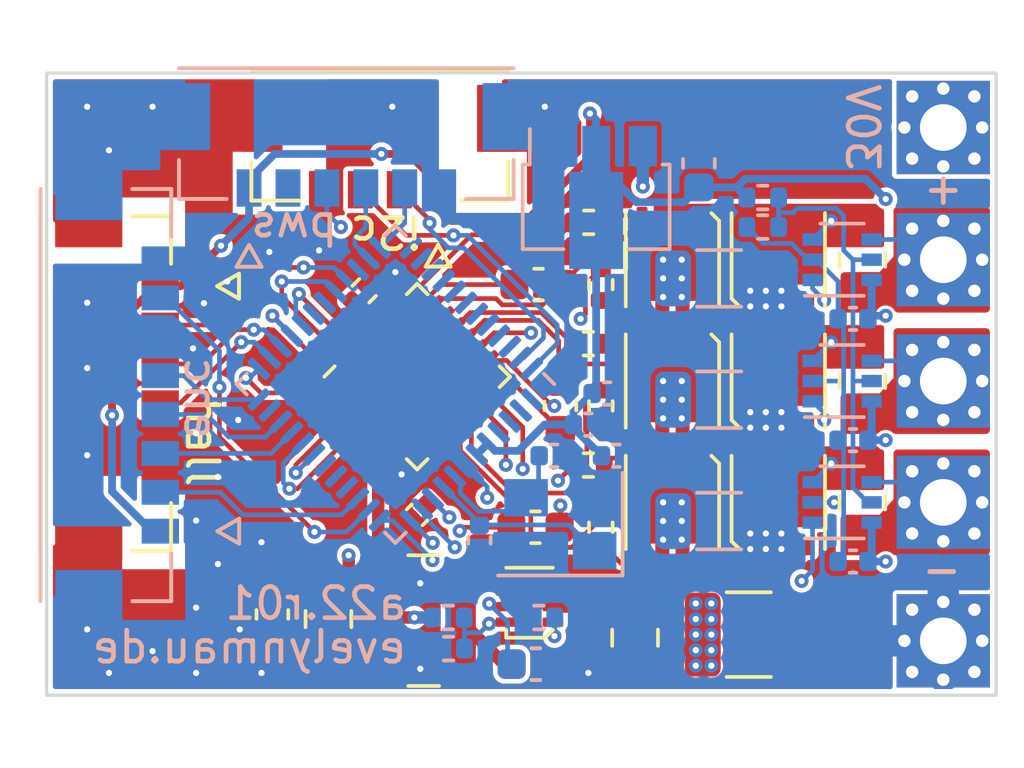
<source format=kicad_pcb>
(kicad_pcb (version 20211014) (generator pcbnew)
  (layers (0 "F.Cu" signal) (1 "In1.Cu" signal) (2 "In2.Cu" signal) (31 "B.Cu" signal) (34 "B.Paste" user) (35 "F.Paste" user) (36 "B.SilkS" user "B.Silkscreen") (37 "F.SilkS" user "F.Silkscreen") (38 "B.Mask" user) (39 "F.Mask" user) (44 "Edge.Cuts" user))
  (net 0 "")
  (net 6 "/mcu/spi1_cs")
  (net 18 "+3V3")
  (net 19 "GND")
  (net 20 "Net-(C4-Pad1)")
  (net 21 "Net-(C5-Pad1)")
  (net 22 "VBUS")
  (net 23 "Net-(C12-Pad1)")
  (net 24 "/drive/u_sense_line")
  (net 25 "Net-(C13-Pad1)")
  (net 26 "/drive/v_sense_line")
  (net 27 "Net-(C14-Pad1)")
  (net 28 "/drive/w_sense_line")
  (net 29 "+12V")
  (net 30 "Net-(C26-Pad2)")
  (net 31 "Net-(C27-Pad1)")
  (net 32 "Net-(C27-Pad2)")
  (net 33 "Net-(Q1-Pad2)")
  (net 34 "Net-(Q2-Pad2)")
  (net 35 "Net-(Q3-Pad2)")
  (net 36 "Net-(Q4-Pad2)")
  (net 37 "Net-(Q5-Pad2)")
  (net 38 "Net-(Q6-Pad2)")
  (net 39 "Net-(R1-Pad2)")
  (net 40 "Net-(R2-Pad1)")
  (net 41 "Net-(R3-Pad1)")
  (net 42 "Net-(R4-Pad1)")
  (net 43 "Net-(R5-Pad1)")
  (net 44 "Net-(R6-Pad1)")
  (net 45 "Net-(R7-Pad1)")
  (net 46 "/drive/u_sense_load")
  (net 47 "/drive/v_sense_load")
  (net 48 "/drive/w_sense_load")
  (net 49 "/drive/sense_vref")
  (net 50 "Net-(R13-Pad1)")
  (net 51 "Net-(R14-Pad2)")
  (net 52 "/mcu/nrst")
  (net 53 "/mcu/adc1_in0")
  (net 54 "/mcu/adc1_in1")
  (net 55 "/mcu/adc1_in2")
  (net 56 "/mcu/adc1_in3")
  (net 57 "/mcu/spi2_copi")
  (net 58 "/mcu/spi1_sck")
  (net 59 "/mcu/spi1_cipo")
  (net 60 "/mcu/spi1_copi")
  (net 61 "/mcu/tim1_ch2n")
  (net 62 "/mcu/tim1_ch3n")
  (net 63 "/mcu/spi2_cipo")
  (net 64 "/mcu/spi2_sck")
  (net 65 "/mcu/tim1_ch1n")
  (net 66 "/mcu/tim1_ch1")
  (net 67 "/mcu/tim1_ch2")
  (net 68 "/mcu/tim1_ch3")
  (net 69 "/mcu/swdio")
  (net 70 "/mcu/swclk")
  (net 71 "/mcu/hall_a")
  (net 72 "/mcu/hall_b")
  (net 73 "/mcu/hall_c")
  (net 74 "/mcu/usart1_tx")
  (net 75 "/mcu/usart1_rx")
  (net 76 "/mcu/i2c1_scl")
  (net 77 "/mcu/i2c1_sda")
  (net 78 "/mcu/spi2_cs")
  (net 79 "GNDA")
  (footprint "Capacitor_SMD:C_0603_1608Metric" (layer "F.Cu") (at 157.51 64.3 180)
    (fp_text reference "C27" hide)
    (fp_text value "100n")
  )
  (footprint "Capacitor_SMD:C_1210_3225Metric" (layer "F.Cu") (at 164.35 63.35)
    (fp_text reference "C24" hide)
    (fp_text value "10u")
  )
  (footprint "a22verter:SOT-583" (layer "F.Cu") (at 157.31 62.2 180)
    (fp_text reference "U7" hide)
    (fp_text value "TPS62933")
  )
  (footprint "Capacitor_SMD:C_0805_2012Metric" (layer "F.Cu") (at 160.7 63.45 90)
    (fp_text reference "C25" hide)
    (fp_text value "100n")
  )
  (footprint "Resistor_SMD:R_0402_1005Metric" (layer "F.Cu") (at 159.2 54)
    (fp_text reference "R4" hide)
    (fp_text value "16")
  )
  (footprint "Capacitor_SMD:C_0603_1608Metric" (layer "F.Cu") (at 157.6 52.1)
    (fp_text reference "C12" hide)
    (fp_text value "100n")
  )
  (footprint "Capacitor_SMD:C_0402_1005Metric" (layer "F.Cu") (at 153.7 59.5 -135)
    (fp_text reference "C15" hide)
    (fp_text value "100n")
  )
  (footprint "Resistor_SMD:R_0402_1005Metric" (layer "F.Cu") (at 152 52.3 -135)
    (fp_text reference "R1" hide)
    (fp_text value "0")
  )
  (footprint "Resistor_SMD:R_0402_1005Metric" (layer "F.Cu") (at 159.2 57.9)
    (fp_text reference "R6" hide)
    (fp_text value "16")
  )
  (footprint "Resistor_SMD:R_0402_1005Metric" (layer "F.Cu") (at 159.6 52.1 -90)
    (fp_text reference "R3" hide)
    (fp_text value "16")
  )
  (footprint "Package_DFN_QFN:VQFN-24-1EP_4x4mm_P0.5mm_EP2.45x2.45mm" (layer "F.Cu") (at 153.7 55.059655 45)
    (fp_text reference "U2" hide)
    (fp_text value "DRV8300DRGE")
  )
  (footprint "a22verter:SolderPad" (layer "F.Cu") (at 170.6 51.3)
    (fp_text reference "J4" hide)
    (fp_text value "U")
  )
  (footprint "a22verter:DFN3.3x3.3-EP" (layer "F.Cu") (at 161.9 51.3 180)
    (fp_text reference "Q1" hide)
    (fp_text value "AON7418")
  )
  (footprint "Resistor_SMD:R_0402_1005Metric" (layer "F.Cu") (at 159.6 56 -90)
    (fp_text reference "R5" hide)
    (fp_text value "16")
  )
  (footprint "a22verter:SolderPad" (layer "F.Cu") (at 170.6 59.1)
    (fp_text reference "J6" hide)
    (fp_text value "W")
  )
  (footprint "Resistor_SMD:R_0402_1005Metric" (layer "F.Cu") (at 159.21 50.1)
    (fp_text reference "R2" hide)
    (fp_text value "16")
  )
  (footprint "Resistor_SMD:R_0805_2012Metric" (layer "F.Cu") (at 168 51.3 90)
    (fp_text reference "R8" hide)
    (fp_text value "1m")
  )
  (footprint "a22verter:MOLEX_5055670451" (layer "F.Cu") (at 152.5 47.3)
    (fp_text reference "J9" hide)
    (fp_text value "i2c")
  )
  (footprint "Resistor_SMD:R_0805_2012Metric" (layer "F.Cu") (at 168 55.2 90)
    (fp_text reference "R9" hide)
    (fp_text value "1m")
  )
  (footprint "Capacitor_SMD:C_0603_1608Metric" (layer "F.Cu") (at 158.3 56 90)
    (fp_text reference "C13" hide)
    (fp_text value "100n")
  )
  (footprint "a22verter:DFN3.3x3.3-EP" (layer "F.Cu") (at 165.3 55.2)
    (fp_text reference "Q4" hide)
    (fp_text value "AON7418")
  )
  (footprint "a22verter:DFN3.3x3.3-EP" (layer "F.Cu") (at 165.3 59.1)
    (fp_text reference "Q6" hide)
    (fp_text value "AON7418")
  )
  (footprint "Capacitor_SMD:C_0805_2012Metric" (layer "F.Cu") (at 150.85 62.85 -90)
    (fp_text reference "C28" hide)
    (fp_text value "47u")
  )
  (footprint "a22verter:SolderPad" (layer "F.Cu") (at 170.6 55.2)
    (fp_text reference "J5" hide)
    (fp_text value "V")
  )
  (footprint "Capacitor_SMD:C_0603_1608Metric" (layer "F.Cu") (at 157.5 59.9)
    (fp_text reference "C14" hide)
    (fp_text value "100n")
  )
  (footprint "Resistor_SMD:R_0805_2012Metric" (layer "F.Cu") (at 168 59.1 90)
    (fp_text reference "R10" hide)
    (fp_text value "1m")
  )
  (footprint "a22verter:SolderPad" (layer "F.Cu") (at 170.6 47.05)
    (fp_text reference "J1" hide)
    (fp_text value "IN+")
  )
  (footprint "a22verter:MOLEX_5055670651" (layer "F.Cu") (at 143.695 55.275 90)
    (fp_text reference "J11" hide)
    (fp_text value "hall")
  )
  (footprint "Inductor_SMD:L_Wuerth_MAPI-4030" (layer "F.Cu") (at 153.91 62.9 180)
    (fp_text reference "L1" hide)
    (fp_text value "6.8u")
  )
  (footprint "a22verter:DFN3.3x3.3-EP" (layer "F.Cu") (at 161.9 59.1 180)
    (fp_text reference "Q5" hide)
    (fp_text value "AON7418")
  )
  (footprint "a22verter:SolderPad" (layer "F.Cu") (at 170.6 63.55)
    (fp_text reference "J2" hide)
    (fp_text value "IN-")
  )
  (footprint "a22verter:DFN3.3x3.3-EP" (layer "F.Cu") (at 165.3 51.3)
    (fp_text reference "Q2" hide)
    (fp_text value "AON7418")
  )
  (footprint "a22verter:DFN3.3x3.3-EP" (layer "F.Cu") (at 161.9 55.2 180)
    (fp_text reference "Q3" hide)
    (fp_text value "AON7418")
  )
  (footprint "Resistor_SMD:R_0402_1005Metric" (layer "F.Cu") (at 159.6 59.9 -90)
    (fp_text reference "R7" hide)
    (fp_text value "16")
  )
  (footprint "Capacitor_SMD:C_0603_1608Metric" (layer "F.Cu") (at 149.05 62.7 -90)
    (fp_text reference "C22" hide)
    (fp_text value "10u")
  )
  (footprint "Capacitor_SMD:C_1206_3216Metric" (layer "B.Cu") (at 163.4 55.8)
    (fp_text reference "C17" hide)
    (fp_text value "1u")
  )
  (footprint "Capacitor_SMD:C_0603_1608Metric" (layer "B.Cu") (at 162.75 48.2 90)
    (fp_text reference "C23" hide)
    (fp_text value "10u")
  )
  (footprint "Capacitor_SMD:C_0402_1005Metric" (layer "B.Cu") (at 159.2 56.6)
    (fp_text reference "C1" hide)
    (fp_text value "100n")
  )
  (footprint "Package_DFN_QFN:QFN-48-1EP_7x7mm_P0.5mm_EP5.45x5.45mm" (layer "B.Cu") (at 153 55.3 135)
    (fp_text reference "U1" hide)
    (fp_text value "STM32G071CBU3")
  )
  (footprint "a22verter:MOLEX_5055670851" (layer "B.Cu") (at 143.7 55.65 -90)
    (fp_text reference "J10" hide)
    (fp_text value "enc")
  )
  (footprint "Crystal:Crystal_SMD_3225-4Pin_3.2x2.5mm" (layer "B.Cu") (at 158.3 59.8 180)
    (fp_text reference "Y1" hide)
    (fp_text value "RH100-8")
  )
  (footprint "Capacitor_SMD:C_0402_1005Metric" (layer "B.Cu") (at 158.1 57.6)
    (fp_text reference "C4" hide)
    (fp_text value "16p")
  )
  (footprint "Capacitor_SMD:C_1206_3216Metric" (layer "B.Cu") (at 163.4 51.9)
    (fp_text reference "C16" hide)
    (fp_text value "1u")
  )
  (footprint "Resistor_SMD:R_0402_1005Metric" (layer "B.Cu") (at 154.71 63.8 180)
    (fp_text reference "R15" hide)
    (fp_text value "10k")
  )
  (footprint "Capacitor_SMD:C_0402_1005Metric" (layer "B.Cu") (at 167.7 53.2 180)
    (fp_text reference "C19" hide)
    (fp_text value "100n")
  )
  (footprint "Package_TO_SOT_SMD:SOT-89-3" (layer "B.Cu") (at 159.45 49.3 -90)
    (fp_text reference "U6" hide)
    (fp_text value "AP1117-33")
  )
  (footprint "Resistor_SMD:R_0402_1005Metric" (layer "B.Cu") (at 164.8 49.3 180)
    (fp_text reference "R11" hide)
    (fp_text value "10k")
  )
  (footprint "Package_TO_SOT_SMD:SOT-363_SC-70-6" (layer "B.Cu") (at 167.35 51.3)
    (fp_text reference "U3" hide)
    (fp_text value "INA186")
  )
  (footprint "Capacitor_SMD:C_0603_1608Metric" (layer "B.Cu") (at 157.51 64.3 180)
    (fp_text reference "C26" hide)
    (fp_text value "33n")
  )
  (footprint "Resistor_SMD:R_0402_1005Metric" (layer "B.Cu") (at 157.61 62.8 180)
    (fp_text reference "R13" hide)
    (fp_text value "22k")
  )
  (footprint "a22verter:MOLEX_5055670651" (layer "B.Cu") (at 151.425 47.245 180)
    (fp_text reference "J3" hide)
    (fp_text value "swd")
  )
  (footprint "Resistor_SMD:R_0402_1005Metric" (layer "B.Cu") (at 164.8 50.25)
    (fp_text reference "R12" hide)
    (fp_text value "10k")
  )
  (footprint "Capacitor_SMD:C_0402_1005Metric" (layer "B.Cu") (at 167.7 61 180)
    (fp_text reference "C21" hide)
    (fp_text value "100n")
  )
  (footprint "Capacitor_SMD:C_0402_1005Metric" (layer "B.Cu") (at 160.1 57.6 180)
    (fp_text reference "C3" hide)
    (fp_text value "10u")
  )
  (footprint "NetTie:NetTie-2_SMD_Pad0.5mm" (layer "B.Cu") (at 155.55 58.2 -45)
    (fp_text reference "NT1" hide)
    (fp_text value "NetTie_2")
  )
  (footprint "Capacitor_SMD:C_0402_1005Metric" (layer "B.Cu") (at 159.8 55.6)
    (fp_text reference "C2" hide)
    (fp_text value "1u")
  )
  (footprint "Capacitor_SMD:C_1206_3216Metric" (layer "B.Cu") (at 163.4 59.7)
    (fp_text reference "C18" hide)
    (fp_text value "1u")
  )
  (footprint "Capacitor_SMD:C_0402_1005Metric" (layer "B.Cu") (at 167.7 57.1 180)
    (fp_text reference "C20" hide)
    (fp_text value "100n")
  )
  (footprint "Package_TO_SOT_SMD:SOT-363_SC-70-6" (layer "B.Cu") (at 167.35 59.1)
    (fp_text reference "U5" hide)
    (fp_text value "INA186")
  )
  (footprint "Resistor_SMD:R_0402_1005Metric" (layer "B.Cu") (at 154.7 62.8)
    (fp_text reference "R14" hide)
    (fp_text value "140k")
  )
  (footprint "Capacitor_SMD:C_0402_1005Metric" (layer "B.Cu") (at 155.7 60.32 -90)
    (fp_text reference "C5" hide)
    (fp_text value "16p")
  )
  (footprint "Package_TO_SOT_SMD:SOT-363_SC-70-6" (layer "B.Cu") (at 167.35 55.2)
    (fp_text reference "U4" hide)
    (fp_text value "INA186")
  )
  (gr_rect (start 172.3 65.3) (end 141.8 45.3) (layer "Edge.Cuts") (width 0.1) (fill none))
  (gr_text "evelynmau.de" (at 148.3 63.75) (layer "B.SilkS") (effects (font (size 1 1)) (justify mirror)))
  (gr_text "enc" (at 146.75 55.75 270) (layer "B.SilkS") (effects (font (size 1 1)) (justify mirror)))
  (gr_text "swd" (at 149.75 50.3 180) (layer "B.SilkS") (effects (font (size 1 1)) (justify mirror)))
  (gr_text "30V" (at 168 47.05 270) (layer "B.SilkS") (effects (font (size 1 1)) (justify mirror)))
  (gr_text "+" (at 170.6 49) (layer "B.SilkS") (effects (font (size 1 1)) (justify mirror)))
  (gr_text "-\n" (at 170.546913 61.246021) (layer "B.SilkS") (effects (font (size 1 1)) (justify mirror)))
  (gr_text "a22.r01" (at 150.45 62.35) (layer "B.SilkS") (effects (font (size 1 1)) (justify mirror)))
  (gr_text "i2c" (at 152.7 50.4 180) (layer "F.SilkS") (effects (font (size 1 1))))
  (gr_text "-\n" (at 170.55 61.25) (layer "F.SilkS") (effects (font (size 1 1))))
  (gr_text "+" (at 170.6 49) (layer "F.SilkS") (effects (font (size 1 1))))
  (gr_text "hall" (at 146.8 57.15 270) (layer "F.SilkS") (effects (font (size 1 1))))
  (segment (start 159.25 48.001778) (end 157.201778 50.05) (width 0.25) (layer "F.Cu") (net 18))
  (segment (start 159.25 46.6) (end 159.25 48.001778) (width 0.25) (layer "F.Cu") (net 18))
  (segment (start 154.798222 50.05) (end 154.375 49.626778) (width 0.25) (layer "F.Cu") (net 18))
  (segment (start 143.9 56.3) (end 143.9 53.55) (width 0.25) (layer "F.Cu") (net 18))
  (segment (start 145.3 52.15) (end 145.445 52.15) (width 0.25) (layer "F.Cu") (net 18))
  (segment (start 154.375 48.85) (end 153.425 47.9) (width 0.25) (layer "F.Cu") (net 18))
  (segment (start 153.425 47.9) (end 152.55 47.9) (width 0.25) (layer "F.Cu") (net 18))
  (segment (start 147.4 50.85) (end 146.1 52.15) (width 0.25) (layer "F.Cu") (net 18))
  (segment (start 154.375 49.05) (end 154.375 48.85) (width 0.25) (layer "F.Cu") (net 18))
  (segment (start 143.9 53.55) (end 145.3 52.15) (width 0.25) (layer "F.Cu") (net 18))
  (segment (start 146.1 52.15) (end 145.445 52.15) (width 0.25) (layer "F.Cu") (net 18))
  (segment (start 157.201778 50.05) (end 154.798222 50.05) (width 0.25) (layer "F.Cu") (net 18))
  (segment (start 154.375 49.626778) (end 154.375 49.05) (width 0.25) (layer "F.Cu") (net 18))
  (via (at 159.25 46.6) (size 0.45) (drill 0.2) (layers "F.Cu" "B.Cu") (net 18))
  (via (at 168.75 57.1) (size 0.45) (drill 0.2) (layers "F.Cu" "B.Cu") (net 18))
  (via (at 147.4 50.85) (size 0.45) (drill 0.2) (layers "F.Cu" "B.Cu") (net 18))
  (via (at 168.75 61) (size 0.45) (drill 0.2) (layers "F.Cu" "B.Cu") (net 18))
  (via (at 143.9 56.3) (size 0.45) (drill 0.2) (layers "F.Cu" "B.Cu") (net 18))
  (via (at 168.75 49.35) (size 0.45) (drill 0.2) (layers "F.Cu" "B.Cu") (net 18))
  (via (at 168.75 53.1) (size 0.45) (drill 0.2) (layers "F.Cu" "B.Cu") (net 18))
  (via (at 152.55 47.9) (size 0.45) (drill 0.2) (layers "F.Cu" "B.Cu") (net 18))
  (segment (start 144.975 59.825) (end 145.175 60.025) (width 0.25) (layer "B.Cu") (net 18))
  (segment (start 168.1 48.7) (end 164.24 48.7) (width 0.25) (layer "B.Cu") (net 18))
  (segment (start 148.3 48.995) (end 148.3 49.95) (width 0.25) (layer "B.Cu") (net 18))
  (segment (start 155.616295 57.562742) (end 155.969848 57.209188) (width 0.25) (layer "B.Cu") (net 18))
  (segment (start 168.3 56.98) (end 168.3 55.85) (width 0.25) (layer "B.Cu") (net 18))
  (segment (start 160.742893 49.45) (end 159.45 48.157107) (width 0.25) (layer "B.Cu") (net 18))
  (segment (start 168.75 53.1) (end 168.28 53.1) (width 0.25) (layer "B.Cu") (net 18))
  (segment (start 158.72 56.7) (end 158.72 56.6) (width 0.25) (layer "B.Cu") (net 18))
  (segment (start 143.9 56.3) (end 143.9 58.75) (width 0.25) (layer "B.Cu") (net 18))
  (segment (start 168.3 60.88) (end 168.18 61) (width 0.25) (layer "B.Cu") (net 18))
  (segment (start 144.9 59.75) (end 144.901778 59.75) (width 0.25) (layer "B.Cu") (net 18))
  (segment (start 156.950157 57.443655) (end 157.793812 56.6) (width 0.25) (layer "B.Cu") (net 18))
  (segment (start 157.793812 56.6) (end 158.72 56.6) (width 0.25) (layer "B.Cu") (net 18))
  (segment (start 158.72 56.2) (end 158.72 56.6) (width 0.25) (layer "B.Cu") (net 18))
  (segment (start 159.32 55.6) (end 158.72 56.2) (width 0.25) (layer "B.Cu") (net 18))
  (segment (start 148.3 48.721778) (end 148.3 48.995) (width 0.25) (layer "B.Cu") (net 18))
  (segment (start 168.28 53.1) (end 168.18 53.2) (width 0.25) (layer "B.Cu") (net 18))
  (segment (start 148.3 49.95) (end 147.4 50.85) (width 0.25) (layer "B.Cu") (net 18))
  (segment (start 159.45 55.47) (end 159.32 55.6) (width 0.25) (layer "B.Cu") (net 18))
  (segment (start 162.75 48.975) (end 163.965 48.975) (width 0.25) (layer "B.Cu") (net 18))
  (segment (start 156.204315 57.443655) (end 156.950157 57.443655) (width 0.25) (layer "B.Cu") (net 18))
  (segment (start 155.969848 57.209188) (end 156.204315 57.443655) (width 0.25) (layer "B.Cu") (net 18))
  (segment (start 168.3 53.08) (end 168.3 51.95) (width 0.25) (layer "B.Cu") (net 18))
  (segment (start 168.3 59.75) (end 168.3 60.88) (width 0.25) (layer "B.Cu") (net 18))
  (segment (start 143.9 58.75) (end 144.9 59.75) (width 0.25) (layer "B.Cu") (net 18))
  (segment (start 159.45 47.7375) (end 159.45 55.47) (width 0.25) (layer "B.Cu") (net 18))
  (segment (start 149.121778 47.9) (end 148.3 48.721778) (width 0.25) (layer "B.Cu") (net 18))
  (segment (start 159.45 46.8) (end 159.25 46.6) (width 0.25) (layer "B.Cu") (net 18))
  (segment (start 159.45 48.157107) (end 159.45 47.7375) (width 0.25) (layer "B.Cu") (net 18))
  (segment (start 163.965 48.975) (end 164.29 49.3) (width 0.25) (layer "B.Cu") (net 18))
  (segment (start 168.18 61) (end 168.75 61) (width 0.25) (layer "B.Cu") (net 18))
  (segment (start 168.18 57.1) (end 168.3 56.98) (width 0.25) (layer "B.Cu") (net 18))
  (segment (start 168.75 49.35) (end 168.1 48.7) (width 0.25) (layer "B.Cu") (net 18))
  (segment (start 145.175 60.025) (end 145.45 60.025) (width 0.25) (layer "B.Cu") (net 18))
  (segment (start 144.975 59.823222) (end 144.975 59.825) (width 0.25) (layer "B.Cu") (net 18))
  (segment (start 162.275 49.45) (end 160.742893 49.45) (width 0.25) (layer "B.Cu") (net 18))
  (segment (start 152.55 47.9) (end 149.121778 47.9) (width 0.25) (layer "B.Cu") (net 18))
  (segment (start 162.75 48.975) (end 162.275 49.45) (width 0.25) (layer "B.Cu") (net 18))
  (segment (start 159.62 57.6) (end 158.72 56.7) (width 0.25) (layer "B.Cu") (net 18))
  (segment (start 168.18 53.2) (end 168.3 53.08) (width 0.25) (layer "B.Cu") (net 18))
  (segment (start 159.45 47.7375) (end 159.45 46.8) (width 0.25) (layer "B.Cu") (net 18))
  (segment (start 168.18 57.1) (end 168.75 57.1) (width 0.25) (layer "B.Cu") (net 18))
  (segment (start 144.901778 59.75) (end 144.975 59.823222) (width 0.25) (layer "B.Cu") (net 18))
  (segment (start 164.24 48.7) (end 163.965 48.975) (width 0.25) (layer "B.Cu") (net 18))
  (via (at 164.4 52.8) (size 0.45) (drill 0.2) (layers "F.Cu" "B.Cu") (net 19))
  (via (at 145.2 63.8825) (size 0.45) (drill 0.2) (layers "F.Cu" "B.Cu") (net 19))
  (via (at 148.7 60.3825) (size 0.45) (drill 0.2) (layers "F.Cu" "B.Cu") (net 19))
  (via (at 153.8 61.7) (size 0.45) (drill 0.2) (layers "F.Cu" "B.Cu") (net 19))
  (via (at 146.85 52.7) (size 0.45) (drill 0.2) (layers "F.Cu" "B.Cu") (net 19))
  (via (at 165.4 60.6) (size 0.45) (drill 0.2) (layers "F.Cu" "B.Cu") (net 19))
  (via (at 164.9 60.6) (size 0.45) (drill 0.2) (layers "F.Cu" "B.Cu") (net 19))
  (via (at 153.2 58.2) (size 0.45) (drill 0.2) (layers "F.Cu" "B.Cu") (net 19))
  (via (at 165.4 56.2) (size 0.45) (drill 0.2) (layers "F.Cu" "B.Cu") (net 19))
  (via (at 164.9 56.2) (size 0.45) (drill 0.2) (layers "F.Cu" "B.Cu") (net 19))
  (via (at 164.9 52.8) (size 0.45) (drill 0.2) (layers "F.Cu" "B.Cu") (net 19))
  (via (at 143.1 52.6825) (size 0.45) (drill 0.2) (layers "F.Cu" "B.Cu") (net 19))
  (via (at 146.6 64.5825) (size 0.45) (drill 0.2) (layers "F.Cu" "B.Cu") (net 19))
  (via (at 143.8 47.7825) (size 0.45) (drill 0.2) (layers "F.Cu" "B.Cu") (net 19))
  (via (at 147.3 61.0825) (size 0.45) (drill 0.2) (layers "F.Cu" "B.Cu") (net 19))
  (via (at 165.4 52.3) (size 0.45) (drill 0.2) (layers "F.Cu" "B.Cu") (net 19))
  (via (at 147.6 52) (size 0.45) (drill 0.2) (layers "F.Cu" "B.Cu") (net 19))
  (via (at 164.9 52.3) (size 0.45) (drill 0.2) (layers "F.Cu" "B.Cu") (net 19))
  (via (at 143.1 54.7825) (size 0.45) (drill 0.2) (layers "F.Cu" "B.Cu") (net 19))
  (via (at 164.4 60.1) (size 0.45) (drill 0.2) (layers "F.Cu" "B.Cu") (net 19))
  (via (at 146.6 62.4825) (size 0.45) (drill 0.2) (layers "F.Cu" "B.Cu") (net 19))
  (via (at 164.4 52.3) (size 0.45) (drill 0.2) (layers "F.Cu" "B.Cu") (net 19))
  (via (at 147.3 58.2825) (size 0.45) (drill 0.2) (layers "F.Cu" "B.Cu") (net 19))
  (via (at 165.4 60.1) (size 0.45) (drill 0.2) (layers "F.Cu" "B.Cu") (net 19))
  (via (at 152.9 46.3825) (size 0.45) (drill 0.2) (layers "F.Cu" "B.Cu") (net 19))
  (via (at 165.4 56.7) (size 0.45) (drill 0.2) (layers "F.Cu" "B.Cu") (net 19))
  (via (at 165.4 52.8) (size 0.45) (drill 0.2) (layers "F.Cu" "B.Cu") (net 19))
  (via (at 164.4 56.7) (size 0.45) (drill 0.2) (layers "F.Cu" "B.Cu") (net 19))
  (via (at 143.1 57.5825) (size 0.45) (drill 0.2) (layers "F.Cu" "B.Cu") (net 19))
  (via (at 148 63.1825) (size 0.45) (drill 0.2) (layers "F.Cu" "B.Cu") (net 19))
  (via (at 157.8 46.3825) (size 0.45) (drill 0.2) (layers "F.Cu" "B.Cu") (net 19))
  (via (at 150.55 51) (size 0.45) (drill 0.2) (layers "F.Cu" "B.Cu") (net 19))
  (via (at 153 51.7) (size 0.45) (drill 0.2) (layers "F.Cu" "B.Cu") (net 19))
  (via (at 159.2 64.5825) (size 0.45) (drill 0.2) (layers "F.Cu" "B.Cu") (net 19))
  (via (at 148.7 64.5825) (size 0.45) (drill 0.2) (layers "F.Cu" "B.Cu") (net 19))
  (via (at 145.2 46.3825) (size 0.45) (drill 0.2) (layers "F.Cu" "B.Cu") (net 19))
  (via (at 143.1 63.1825) (size 0.45) (drill 0.2) (layers "F.Cu" "B.Cu") (net 19))
  (via (at 147.95 56.45) (size 0.45) (drill 0.2) (layers "F.Cu" "B.Cu") (net 19))
  (via (at 164.4 56.2) (size 0.45) (drill 0.2) (layers "F.Cu" "B.Cu") (net 19))
  (via (at 143.8 64.5825) (size 0.45) (drill 0.2) (layers "F.Cu" "B.Cu") (net 19))
  (via (at 143.1 46.3825) (size 0.45) (drill 0.2) (layers "F.Cu" "B.Cu") (net 19))
  (via (at 146.6 59.6825) (size 0.45) (drill 0.2) (layers "F.Cu" "B.Cu") (net 19))
  (via (at 164.4 60.6) (size 0.45) (drill 0.2) (layers "F.Cu" "B.Cu") (net 19))
  (via (at 153.8 64.45) (size 0.45) (drill 0.2) (layers "F.Cu" "B.Cu") (net 19))
  (via (at 148.95 51.05) (size 0.45) (drill 0.2) (layers "F.Cu" "B.Cu") (net 19))
  (via (at 146.5 54.15) (size 0.45) (drill 0.2) (layers "F.Cu" "B.Cu") (net 19))
  (via (at 164.9 56.7) (size 0.45) (drill 0.2) (layers "F.Cu" "B.Cu") (net 19))
  (via (at 146.6 56.8825) (size 0.45) (drill 0.2) (layers "F.Cu" "B.Cu") (net 19))
  (via (at 164.9 60.1) (size 0.45) (drill 0.2) (layers "F.Cu" "B.Cu") (net 19))
  (segment (start 155.670787 59.385) (end 156.765 59.385) (width 0.15) (layer "B.Cu") (net 20))
  (segment (start 157.6 58.55) (end 157.2 58.95) (width 0.15) (layer "B.Cu") (net 20))
  (segment (start 155.093655 58.807868) (end 155.670787 59.385) (width 0.15) (layer "B.Cu") (net 20))
  (segment (start 157.62 57.6) (end 157.6 57.62) (width 0.15) (layer "B.Cu") (net 20))
  (segment (start 156.765 59.385) (end 157.2 58.95) (width 0.15) (layer "B.Cu") (net 20))
  (segment (start 157.6 57.62) (end 157.6 58.55) (width 0.15) (layer "B.Cu") (net 20))
  (segment (start 154.909188 58.269848) (end 155.093655 58.454315) (width 0.15) (layer "B.Cu") (net 20))
  (segment (start 155.093655 58.454315) (end 155.093655 58.807868) (width 0.15) (layer "B.Cu") (net 20))
  (segment (start 155.715 59.825) (end 155.7 59.84) (width 0.15) (layer "B.Cu") (net 21))
  (segment (start 158.575 59.825) (end 155.715 59.825) (width 0.15) (layer "B.Cu") (net 21))
  (segment (start 154.555635 58.623402) (end 155.7 59.767767) (width 0.15) (layer "B.Cu") (net 21))
  (segment (start 159.4 60.65) (end 158.575 59.825) (width 0.15) (layer "B.Cu") (net 21))
  (segment (start 155.7 59.767767) (end 155.7 59.84) (width 0.15) (layer "B.Cu") (net 21))
  (segment (start 160.7 64.4) (end 158.75 62.45) (width 0.4) (layer "F.Cu") (net 22))
  (segment (start 162.875 63.35) (end 161.825 64.4) (width 0.4) (layer "F.Cu") (net 22))
  (segment (start 161.825 64.4) (end 160.7 64.4) (width 0.4) (layer "F.Cu") (net 22))
  (segment (start 158.06 62.45) (end 158.06 61.95) (width 0.4) (layer "F.Cu") (net 22))
  (segment (start 158.06 61.95) (end 158.25 61.95) (width 0.4) (layer "F.Cu") (net 22))
  (segment (start 158.25 61.95) (end 160.7 64.4) (width 0.4) (layer "F.Cu") (net 22))
  (segment (start 158.75 62.45) (end 158.06 62.45) (width 0.4) (layer "F.Cu") (net 22))
  (via (at 161.6 55.2) (size 0.45) (drill 0.2) (layers "F.Cu" "B.Cu") (net 22))
  (via (at 162.2 55.8) (size 0.45) (drill 0.2) (layers "F.Cu" "B.Cu") (net 22))
  (via (at 161.6 55.8) (size 0.45) (drill 0.2) (layers "F.Cu" "B.Cu") (net 22))
  (via (at 162.65 63.85) (size 0.45) (drill 0.2) (layers "F.Cu" "B.Cu") (net 22))
  (via (at 162.65 62.35) (size 0.45) (drill 0.2) (layers "F.Cu" "B.Cu") (net 22))
  (via (at 162.65 63.35) (size 0.45) (drill 0.2) (layers "F.Cu" "B.Cu") (net 22))
  (via (at 163.15 64.35) (size 0.45) (drill 0.2) (layers "F.Cu" "B.Cu") (net 22))
  (via (at 161.6 59.1) (size 0.45) (drill 0.2) (layers "F.Cu" "B.Cu") (net 22))
  (via (at 162.2 60.3) (size 0.45) (drill 0.2) (layers "F.Cu" "B.Cu") (net 22))
  (via (at 162.2 51.9) (size 0.45) (drill 0.2) (layers "F.Cu" "B.Cu") (net 22))
  (via (at 162.65 62.85) (size 0.45) (drill 0.2) (layers "F.Cu" "B.Cu") (net 22))
  (via (at 162.2 51.3) (size 0.45) (drill 0.2) (layers "F.Cu" "B.Cu") (net 22))
  (via (at 161.6 51.3) (size 0.45) (drill 0.2) (layers "F.Cu" "B.Cu") (net 22))
  (via (at 161.6 59.7) (size 0.45) (drill 0.2) (layers "F.Cu" "B.Cu") (net 22))
  (via (at 162.2 59.1) (size 0.45) (drill 0.2) (layers "F.Cu" "B.Cu") (net 22))
  (via (at 162.2 56.4) (size 0.45) (drill 0.2) (layers "F.Cu" "B.Cu") (net 22))
  (via (at 161.6 52.5) (size 0.45) (drill 0.2) (layers "F.Cu" "B.Cu") (net 22))
  (via (at 161.6 56.4) (size 0.45) (drill 0.2) (layers "F.Cu" "B.Cu") (net 22))
  (via (at 163.15 62.85) (size 0.45) (drill 0.2) (layers "F.Cu" "B.Cu") (net 22))
  (via (at 163.15 63.35) (size 0.45) (drill 0.2) (layers "F.Cu" "B.Cu") (net 22))
  (via (at 163.15 63.85) (size 0.45) (drill 0.2) (layers "F.Cu" "B.Cu") (net 22))
  (via (at 161.6 51.9) (size 0.45) (drill 0.2) (layers "F.Cu" "B.Cu") (net 22))
  (via (at 162.2 55.2) (size 0.45) (drill 0.2) (layers "F.Cu" "B.Cu") (net 22))
  (via (at 162.65 64.35) (size 0.45) (drill 0.2) (layers "F.Cu" "B.Cu") (net 22))
  (via (at 161.6 60.3) (size 0.45) (drill 0.2) (layers "F.Cu" "B.Cu") (net 22))
  (via (at 162.2 59.7) (size 0.45) (drill 0.2) (layers "F.Cu" "B.Cu") (net 22))
  (via (at 163.15 62.35) (size 0.45) (drill 0.2) (layers "F.Cu" "B.Cu") (net 22))
  (via (at 162.2 52.5) (size 0.45) (drill 0.2) (layers "F.Cu" "B.Cu") (net 22))
  (segment (start 153.709987 53.034415) (end 153.709987 52.857637) (width 0.15) (layer "F.Cu") (net 23))
  (segment (start 152.824955 53.12395) (end 152.982906 53.281901) (width 0.15) (layer "F.Cu") (net 23))
  (segment (start 153.462501 53.281901) (end 153.709987 53.034415) (width 0.15) (layer "F.Cu") (net 23))
  (segment (start 154.467624 52.1) (end 156.825 52.1) (width 0.15) (layer "F.Cu") (net 23))
  (segment (start 153.709987 52.857637) (end 154.467624 52.1) (width 0.15) (layer "F.Cu") (net 23))
  (segment (start 152.982906 53.281901) (end 153.462501 53.281901) (width 0.15) (layer "F.Cu") (net 23))
  (segment (start 160.231802 50.7) (end 160.606802 50.325) (width 0.15) (layer "F.Cu") (net 24))
  (segment (start 161.575 50.125) (end 161.575 49.875) (width 0.15) (layer "F.Cu") (net 24))
  (segment (start 157.725 52.75) (end 158.375 52.1) (width 0.15) (layer "F.Cu") (net 24))
  (segment (start 159.731594 50.7) (end 160.231802 50.7) (width 0.15) (layer "F.Cu") (net 24))
  (segment (start 160.606802 50.325) (end 161.375 50.325) (width 0.15) (layer "F.Cu") (net 24))
  (segment (start 156.434315 52.75) (end 157.725 52.75) (width 0.15) (layer "F.Cu") (net 24))
  (segment (start 161.375 50.325) (end 161.575 50.125) (width 0.15) (layer "F.Cu") (net 24))
  (segment (start 156.234315 52.55) (end 156.434315 52.75) (width 0.15) (layer "F.Cu") (net 24))
  (segment (start 158.375 52.056594) (end 159.731594 50.7) (width 0.15) (layer "F.Cu") (net 24))
  (segment (start 154.441888 52.55) (end 156.234315 52.55) (width 0.15) (layer "F.Cu") (net 24))
  (segment (start 154.221491 52.770397) (end 154.441888 52.55) (width 0.15) (layer "F.Cu") (net 24))
  (segment (start 158.375 52.1) (end 158.375 52.056594) (width 0.15) (layer "F.Cu") (net 24))
  (via (at 167 50.05) (size 0.45) (drill 0.2) (layers "F.Cu" "B.Cu") (net 24))
  (segment (start 166.4 50.65) (end 167 50.05) (width 0.15) (layer "B.Cu") (net 24))
  (segment (start 156.575 55.05) (end 158.3 56.775) (width 0.15) (layer "F.Cu") (net 25))
  (segment (start 154.575045 53.12395) (end 154.417094 53.281901) (width 0.15) (layer "F.Cu") (net 25))
  (segment (start 155.705598 55.05) (end 156.575 55.05) (width 0.15) (layer "F.Cu") (net 25))
  (segment (start 154.417094 53.281901) (end 154.417094 53.761496) (width 0.15) (layer "F.Cu") (net 25))
  (segment (start 154.417094 53.761496) (end 155.705598 55.05) (width 0.15) (layer "F.Cu") (net 25))
  (segment (start 160.17 54.65) (end 160.595 54.225) (width 0.15) (layer "F.Cu") (net 26))
  (segment (start 155.282151 53.831057) (end 155.863208 53.25) (width 0.15) (layer "F.Cu") (net 26))
  (segment (start 158.3 55.225) (end 158.875 54.65) (width 0.15) (layer "F.Cu") (net 26))
  (segment (start 158.875 54.65) (end 160.17 54.65) (width 0.15) (layer "F.Cu") (net 26))
  (segment (start 161.575 53.825) (end 161.575 53.775) (width 0.15) (layer "F.Cu") (net 26))
  (segment (start 155.863208 53.25) (end 157.586446 53.25) (width 0.15) (layer "F.Cu") (net 26))
  (segment (start 160.595 54.225) (end 161.175 54.225) (width 0.15) (layer "F.Cu") (net 26))
  (segment (start 161.175 54.225) (end 161.575 53.825) (width 0.15) (layer "F.Cu") (net 26))
  (segment (start 157.586446 53.25) (end 158.245 53.908554) (width 0.15) (layer "F.Cu") (net 26))
  (segment (start 158.245 53.908554) (end 158.245 55.17) (width 0.15) (layer "F.Cu") (net 26))
  (segment (start 158.245 55.17) (end 158.3 55.225) (width 0.15) (layer "F.Cu") (net 26))
  (via (at 167 53.95) (size 0.45) (drill 0.2) (layers "F.Cu" "B.Cu") (net 26))
  (segment (start 166.4 54.55) (end 167 53.95) (width 0.15) (layer "B.Cu") (net 26))
  (segment (start 155.066948 60.016653) (end 155.183601 59.9) (width 0.15) (layer "F.Cu") (net 27))
  (segment (start 156.170815 53.6495) (end 155.635705 54.18461) (width 0.15) (layer "F.Cu") (net 27))
  (segment (start 155.183601 59.9) (end 156.725 59.9) (width 0.15) (layer "F.Cu") (net 27))
  (segment (start 157.357073 53.6495) (end 156.170815 53.6495) (width 0.15) (layer "F.Cu") (net 27))
  (via (at 155.066948 60.016653) (size 0.45) (drill 0.2) (layers "F.Cu" "B.Cu") (net 27))
  (via (at 157.357073 53.6495) (size 0.45) (drill 0.2) (layers "F.Cu" "B.Cu") (net 27))
  (segment (start 159.575 58.6) (end 160.12 58.6) (width 0.15) (layer "F.Cu") (net 28))
  (segment (start 159.0625 59.1125) (end 159.575 58.6) (width 0.15) (layer "F.Cu") (net 28))
  (segment (start 161.143198 58.125) (end 161.575 57.693198) (width 0.15) (layer "F.Cu") (net 28))
  (segment (start 157.092081 58.025499) (end 157.092081 56.683969) (width 0.15) (layer "F.Cu") (net 28))
  (segment (start 161.575 57.693198) (end 161.575 57.675) (width 0.15) (layer "F.Cu") (net 28))
  (segment (start 157.092081 56.683969) (end 155.989258 55.581146) (width 0.15) (layer "F.Cu") (net 28))
  (segment (start 158.3 59.2) (end 158.3 59.875) (width 0.15) (layer "F.Cu") (net 28))
  (segment (start 160.595 58.125) (end 161.143198 58.125) (width 0.15) (layer "F.Cu") (net 28))
  (segment (start 160.12 58.6) (end 160.595 58.125) (width 0.15) (layer "F.Cu") (net 28))
  (segment (start 158.275 59.9) (end 159.0625 59.1125) (width 0.15) (layer "F.Cu") (net 28))
  (segment (start 158.3 59.875) (end 158.275 59.9) (width 0.15) (layer "F.Cu") (net 28))
  (via (at 158.3 59.2) (size 0.45) (drill 0.2) (layers "F.Cu" "B.Cu") (net 28))
  (via (at 167 57.85) (size 0.45) (drill 0.2) (layers "F.Cu" "B.Cu") (net 28))
  (via (at 157.092081 58.025499) (size 0.45) (drill 0.2) (layers "F.Cu" "B.Cu") (net 28))
  (segment (start 166.4 58.45) (end 167 57.85) (width 0.15) (layer "B.Cu") (net 28))
  (segment (start 150.85 61.9) (end 149.075 61.9) (width 0.4) (layer "F.Cu") (net 29))
  (segment (start 152.471402 56.641806) (end 152.45 56.663208) (width 0.4) (layer "F.Cu") (net 29))
  (segment (start 151.5 61.25) (end 150.85 61.9) (width 0.4) (layer "F.Cu") (net 29))
  (segment (start 152.45 56.663208) (end 152.45 62.625) (width 0.4) (layer "F.Cu") (net 29))
  (segment (start 153.61 62.8) (end 152.825 62.8) (width 0.4) (layer "F.Cu") (net 29))
  (segment (start 151.5 60.8) (end 151.5 61.25) (width 0.4) (layer "F.Cu") (net 29))
  (segment (start 152.45 62.625) (end 152.725 62.9) (width 0.4) (layer "F.Cu") (net 29))
  (segment (start 152.825 62.8) (end 152.725 62.9) (width 0.4) (layer "F.Cu") (net 29))
  (segment (start 151.725 61.9) (end 150.85 61.9) (width 0.4) (layer "F.Cu") (net 29))
  (segment (start 152.725 62.9) (end 151.725 61.9) (width 0.4) (layer "F.Cu") (net 29))
  (segment (start 149.075 61.9) (end 149.05 61.925) (width 0.4) (layer "F.Cu") (net 29))
  (segment (start 152.471402 56.641806) (end 152.824955 56.99536) (width 0.4) (layer "F.Cu") (net 29))
  (via (at 153.61 62.8) (size 0.45) (drill 0.2) (layers "F.Cu" "B.Cu") (net 29))
  (via (at 151.5 60.8) (size 0.45) (drill 0.2) (layers "F.Cu" "B.Cu") (net 29))
  (via (at 160.95 48.95) (size 0.45) (drill 0.2) (layers "F.Cu" "B.Cu") (net 29))
  (segment (start 160.95 47.65) (end 160.95 48.95) (width 0.4) (layer "B.Cu") (net 29))
  (segment (start 154.19 62.8) (end 153.61 62.8) (width 0.4) (layer "B.Cu") (net 29))
  (segment (start 156.015642 62.35614) (end 156.109502 62.45) (width 0.15) (layer "F.Cu") (net 30))
  (segment (start 156.109502 62.45) (end 156.56 62.45) (width 0.15) (layer "F.Cu") (net 30))
  (via (at 156.015642 62.35614) (size 0.45) (drill 0.2) (layers "F.Cu" "B.Cu") (net 30))
  (segment (start 156.605 62.945498) (end 156.605 64.17) (width 0.15) (layer "B.Cu") (net 30))
  (segment (start 156.015642 62.35614) (end 156.605 62.945498) (width 0.15) (layer "B.Cu") (net 30))
  (segment (start 156.605 64.17) (end 156.735 64.3) (width 0.15) (layer "B.Cu") (net 30))
  (segment (start 156.56 61.95) (end 156.96 61.95) (width 0.15) (layer "F.Cu") (net 31))
  (segment (start 157.5 62.49) (end 157.5 63.515) (width 0.15) (layer "F.Cu") (net 31))
  (segment (start 156.96 61.95) (end 157.5 62.49) (width 0.15) (layer "F.Cu") (net 31))
  (segment (start 157.5 63.515) (end 158.285 64.3) (width 0.15) (layer "F.Cu") (net 31))
  (segment (start 155.095 62.464315) (end 155.095 62.9) (width 0.4) (layer "F.Cu") (net 32))
  (segment (start 156.495 64.3) (end 155.095 62.9) (width 0.4) (layer "F.Cu") (net 32))
  (segment (start 156.735 64.3) (end 156.495 64.3) (width 0.4) (layer "F.Cu") (net 32))
  (segment (start 156.56 61.45) (end 156.109315 61.45) (width 0.4) (layer "F.Cu") (net 32))
  (segment (start 156.109315 61.45) (end 155.095 62.464315) (width 0.4) (layer "F.Cu") (net 32))
  (segment (start 159.72 50.1) (end 159.945 49.875) (width 0.15) (layer "F.Cu") (net 33))
  (segment (start 159.945 49.875) (end 160.925 49.875) (width 0.15) (layer "F.Cu") (net 33))
  (segment (start 160.24 53.25) (end 165.838909 53.25) (width 0.15) (layer "F.Cu") (net 34))
  (segment (start 166.275 52.813909) (end 166.275 52.725) (width 0.15) (layer "F.Cu") (net 34))
  (segment (start 159.6 52.61) (end 160.24 53.25) (width 0.15) (layer "F.Cu") (net 34))
  (segment (start 165.838909 53.25) (end 166.275 52.813909) (width 0.15) (layer "F.Cu") (net 34))
  (segment (start 159.71 54) (end 159.935 53.775) (width 0.15) (layer "F.Cu") (net 35))
  (segment (start 159.935 53.775) (end 160.925 53.775) (width 0.15) (layer "F.Cu") (net 35))
  (segment (start 165.838909 57.15) (end 160.24 57.15) (width 0.15) (layer "F.Cu") (net 36))
  (segment (start 166.275 56.625) (end 166.275 56.713909) (width 0.15) (layer "F.Cu") (net 36))
  (segment (start 166.275 56.713909) (end 165.838909 57.15) (width 0.15) (layer "F.Cu") (net 36))
  (segment (start 160.24 57.15) (end 159.6 56.51) (width 0.15) (layer "F.Cu") (net 36))
  (segment (start 159.935 57.675) (end 160.925 57.675) (width 0.15) (layer "F.Cu") (net 37))
  (segment (start 159.71 57.9) (end 159.935 57.675) (width 0.15) (layer "F.Cu") (net 37))
  (segment (start 160.24 61.05) (end 159.6 60.41) (width 0.15) (layer "F.Cu") (net 38))
  (segment (start 166.275 60.613909) (end 165.838909 61.05) (width 0.15) (layer "F.Cu") (net 38))
  (segment (start 166.275 60.525) (end 166.275 60.613909) (width 0.15) (layer "F.Cu") (net 38))
  (segment (start 165.838909 61.05) (end 160.24 61.05) (width 0.15) (layer "F.Cu") (net 38))
  (segment (start 152.456256 53.477504) (end 151.639376 52.660624) (width 0.15) (layer "F.Cu") (net 39))
  (segment (start 152.471402 53.477504) (end 152.456256 53.477504) (width 0.15) (layer "F.Cu") (net 39))
  (segment (start 155.448906 50.5) (end 158.3 50.5) (width 0.15) (layer "F.Cu") (net 40))
  (segment (start 153.178509 52.770397) (end 155.448906 50.5) (width 0.15) (layer "F.Cu") (net 40))
  (segment (start 158.3 50.5) (end 158.7 50.1) (width 0.15) (layer "F.Cu") (net 40))
  (segment (start 155.635705 55.9347) (end 156.55 56.848995) (width 0.15) (layer "F.Cu") (net 41))
  (segment (start 159.105 53.045) (end 159.105 52.085) (width 0.15) (layer "F.Cu") (net 41))
  (segment (start 158.95 53.2) (end 159.105 53.045) (width 0.15) (layer "F.Cu") (net 41))
  (segment (start 159.105 52.085) (end 159.6 51.59) (width 0.15) (layer "F.Cu") (net 41))
  (segment (start 156.55 56.848995) (end 156.55 57.893155) (width 0.15) (layer "F.Cu") (net 41))
  (via (at 156.55 57.893155) (size 0.45) (drill 0.2) (layers "F.Cu" "B.Cu") (net 41))
  (via (at 158.95 53.2) (size 0.45) (drill 0.2) (layers "F.Cu" "B.Cu") (net 41))
  (segment (start 155.406102 53) (end 157.69 53) (width 0.15) (layer "F.Cu") (net 42))
  (segment (start 154.928598 53.477504) (end 155.406102 53) (width 0.15) (layer "F.Cu") (net 42))
  (segment (start 157.69 53) (end 158.69 54) (width 0.15) (layer "F.Cu") (net 42))
  (segment (start 159.15 56.818406) (end 159.105 56.773406) (width 0.15) (layer "F.Cu") (net 43))
  (segment (start 159.105 56.773406) (end 159.105 55.985) (width 0.15) (layer "F.Cu") (net 43))
  (segment (start 155.440102 56.446204) (end 155.440102 57.436548) (width 0.15) (layer "F.Cu") (net 43))
  (segment (start 158.65 58.8) (end 159.15 58.3) (width 0.15) (layer "F.Cu") (net 43))
  (segment (start 155.440102 57.436548) (end 156.803554 58.8) (width 0.15) (layer "F.Cu") (net 43))
  (segment (start 156.803554 58.8) (end 158.65 58.8) (width 0.15) (layer "F.Cu") (net 43))
  (segment (start 155.282151 56.288253) (end 155.440102 56.446204) (width 0.15) (layer "F.Cu") (net 43))
  (segment (start 159.105 55.985) (end 159.6 55.49) (width 0.15) (layer "F.Cu") (net 43))
  (segment (start 159.15 58.3) (end 159.15 56.818406) (width 0.15) (layer "F.Cu") (net 43))
  (segment (start 158.104154 56.0005) (end 158.034815 56.0005) (width 0.15) (layer "F.Cu") (net 44))
  (segment (start 158.69 57.9) (end 158.69 57.935002) (width 0.15) (layer "F.Cu") (net 44))
  (segment (start 156.572479 54.538164) (end 155.989258 54.538164) (width 0.15) (layer "F.Cu") (net 44))
  (segment (start 158.034815 56.0005) (end 156.572479 54.538164) (width 0.15) (layer "F.Cu") (net 44))
  (segment (start 158.69 57.935002) (end 158.224502 58.4005) (width 0.15) (layer "F.Cu") (net 44))
  (via (at 158.224502 58.4005) (size 0.45) (drill 0.2) (layers "F.Cu" "B.Cu") (net 44))
  (via (at 158.104154 56.0005) (size 0.45) (drill 0.2) (layers "F.Cu" "B.Cu") (net 44))
  (segment (start 157.85 60.55) (end 157.35 60.05) (width 0.15) (layer "F.Cu") (net 45))
  (segment (start 157.35 60.05) (end 157.35 59.484315) (width 0.15) (layer "F.Cu") (net 45))
  (segment (start 157.35 59.484315) (end 156.915685 59.05) (width 0.15) (layer "F.Cu") (net 45))
  (segment (start 159.6 59.615685) (end 158.665685 60.55) (width 0.15) (layer "F.Cu") (net 45))
  (segment (start 156.7 59.05) (end 155.086549 57.436549) (width 0.15) (layer "F.Cu") (net 45))
  (segment (start 159.6 59.39) (end 159.6 59.615685) (width 0.15) (layer "F.Cu") (net 45))
  (segment (start 155.086549 56.799757) (end 154.928598 56.641806) (width 0.15) (layer "F.Cu") (net 45))
  (segment (start 155.086549 57.436549) (end 155.086549 56.799757) (width 0.15) (layer "F.Cu") (net 45))
  (segment (start 156.915685 59.05) (end 156.7 59.05) (width 0.15) (layer "F.Cu") (net 45))
  (segment (start 158.665685 60.55) (end 157.85 60.55) (width 0.15) (layer "F.Cu") (net 45))
  (segment (start 169.95 50.65) (end 170.6 51.3) (width 0.15) (layer "B.Cu") (net 46))
  (segment (start 168.3 50.65) (end 169.95 50.65) (width 0.15) (layer "B.Cu") (net 46))
  (segment (start 168.3 54.55) (end 169.95 54.55) (width 0.15) (layer "B.Cu") (net 47))
  (segment (start 169.95 54.55) (end 170.6 55.2) (width 0.15) (layer "B.Cu") (net 47))
  (segment (start 168.3 58.45) (end 169.95 58.45) (width 0.15) (layer "B.Cu") (net 48))
  (segment (start 169.95 58.45) (end 170.6 59.1) (width 0.15) (layer "B.Cu") (net 48))
  (segment (start 165.31 49.3) (end 165.31 49.79) (width 0.15) (layer "B.Cu") (net 49))
  (segment (start 167.7 51.3) (end 168.3 51.3) (width 0.15) (layer "B.Cu") (net 49))
  (segment (start 165.91 49.65) (end 165.77 49.79) (width 0.15) (layer "B.Cu") (net 49))
  (segment (start 167.7 51.3) (end 167.4 51) (width 0.15) (layer "B.Cu") (net 49))
  (segment (start 167.165686 49.65) (end 165.91 49.65) (width 0.15) (layer "B.Cu") (net 49))
  (segment (start 167.4 51) (end 167.4 49.884314) (width 0.15) (layer "B.Cu") (net 49))
  (segment (start 168.175 59.1) (end 167.7 58.625) (width 0.15) (layer "B.Cu") (net 49))
  (segment (start 167.7 58.625) (end 167.7 55.2) (width 0.15) (layer "B.Cu") (net 49))
  (segment (start 167.7 55.2) (end 167.7 51.3) (width 0.15) (layer "B.Cu") (net 49))
  (segment (start 165.31 49.79) (end 165.31 50.25) (width 0.15) (layer "B.Cu") (net 49))
  (segment (start 168.3 59.1) (end 168.175 59.1) (width 0.15) (layer "B.Cu") (net 49))
  (segment (start 168.3 55.2) (end 167.7 55.2) (width 0.15) (layer "B.Cu") (net 49))
  (segment (start 167.4 49.884314) (end 167.165686 49.65) (width 0.15) (layer "B.Cu") (net 49))
  (segment (start 165.77 49.79) (end 165.31 49.79) (width 0.15) (layer "B.Cu") (net 49))
  (segment (start 158.11 63.4) (end 158.11 63) (width 0.15) (layer "F.Cu") (net 50))
  (segment (start 158.11 63) (end 158.06 62.95) (width 0.15) (layer "F.Cu") (net 50))
  (via (at 158.11 63.4) (size 0.45) (drill 0.2) (layers "F.Cu" "B.Cu") (net 50))
  (segment (start 158.12 62.8) (end 158.12 63.39) (width 0.15) (layer "B.Cu") (net 50))
  (segment (start 158.12 63.39) (end 158.11 63.4) (width 0.15) (layer "B.Cu") (net 50))
  (segment (start 156.56 62.95) (end 156.06 62.95) (width 0.15) (layer "F.Cu") (net 51))
  (segment (start 156.06 62.95) (end 156.01 63) (width 0.15) (layer "F.Cu") (net 51))
  (via (at 156.01 63) (size 0.45) (drill 0.2) (layers "F.Cu" "B.Cu") (net 51))
  (segment (start 155.22 62.81) (end 155.21 62.8) (width 0.15) (layer "B.Cu") (net 51))
  (segment (start 155.22 63.8) (end 155.22 63.29) (width 0.15) (layer "B.Cu") (net 51))
  (segment (start 155.22 63.29) (end 155.22 62.81) (width 0.15) (layer "B.Cu") (net 51))
  (segment (start 156.01 63) (end 155.72 63.29) (width 0.15) (layer "B.Cu") (net 51))
  (segment (start 155.72 63.29) (end 155.22 63.29) (width 0.15) (layer "B.Cu") (net 51))
  (segment (start 154.039411 59.160589) (end 154.31554 59.160589) (width 0.15) (layer "F.Cu") (net 52))
  (segment (start 154.31554 59.160589) (end 154.734259 59.579308) (width 0.15) (layer "F.Cu") (net 52))
  (via (at 154.734259 59.579308) (size 0.45) (drill 0.2) (layers "F.Cu" "B.Cu") (net 52))
  (via (at 151.25 50.25) (size 0.45) (drill 0.2) (layers "F.Cu" "B.Cu") (net 52))
  (segment (start 150.8 48.995) (end 150.8 49.8) (width 0.15) (layer "B.Cu") (net 52))
  (segment (start 150.8 49.8) (end 151.25 50.25) (width 0.15) (layer "B.Cu") (net 52))
  (segment (start 154.202082 58.976955) (end 154.202082 59.047131) (width 0.15) (layer "B.Cu") (net 52))
  (segment (start 154.202082 59.047131) (end 154.734259 59.579308) (width 0.15) (layer "B.Cu") (net 52))
  (via (at 154.90749 60.54251) (size 0.45) (drill 0.2) (layers "F.Cu" "B.Cu") (net 53))
  (via (at 166.7745 52.6) (size 0.45) (drill 0.2) (layers "F.Cu" "B.Cu") (net 53))
  (segment (start 153.930509 59.564823) (end 153.930509 59.330509) (width 0.15) (layer "B.Cu") (net 53))
  (segment (start 154.90749 60.541804) (end 153.930509 59.564823) (width 0.15) (layer "B.Cu") (net 53))
  (segment (start 154.90749 60.54251) (end 154.90749 60.541804) (width 0.15) (layer "B.Cu") (net 53))
  (segment (start 166.4 52.2255) (end 166.7745 52.6) (width 0.15) (layer "B.Cu") (net 53))
  (segment (start 166.4 51.95) (end 166.4 52.2255) (width 0.15) (layer "B.Cu") (net 53))
  (via (at 166.7745 56.45) (size 0.45) (drill 0.2) (layers "F.Cu" "B.Cu") (net 54))
  (via (at 154.2 60.4) (size 0.45) (drill 0.2) (layers "F.Cu" "B.Cu") (net 54))
  (segment (start 166.4 55.85) (end 166.7745 56.2245) (width 0.15) (layer "B.Cu") (net 54))
  (segment (start 166.7745 56.2245) (end 166.7745 56.45) (width 0.15) (layer "B.Cu") (net 54))
  (segment (start 153.494975 59.694975) (end 154.2 60.4) (width 0.15) (layer "B.Cu") (net 54))
  (via (at 154.192262 60.957241) (size 0.45) (drill 0.2) (layers "F.Cu" "B.Cu") (net 55))
  (via (at 166.05 61.6255) (size 0.45) (drill 0.2) (layers "F.Cu" "B.Cu") (net 55))
  (segment (start 152.919083 59.684062) (end 152.505025 59.684062) (width 0.15) (layer "B.Cu") (net 55))
  (segment (start 166.4 61.2755) (end 166.05 61.6255) (width 0.15) (layer "B.Cu") (net 55))
  (segment (start 154.192262 60.957241) (end 152.919083 59.684062) (width 0.15) (layer "B.Cu") (net 55))
  (segment (start 166.4 59.75) (end 166.4 61.2755) (width 0.15) (layer "B.Cu") (net 55))
  (segment (start 147.35 55.395475) (end 147.35 57) (width 0.15) (layer "F.Cu") (net 56))
  (segment (start 147.35 57) (end 150.4 60.05) (width 0.15) (layer "F.Cu") (net 56))
  (via (at 147.35 55.395475) (size 0.45) (drill 0.2) (layers "F.Cu" "B.Cu") (net 56))
  (via (at 150.4 60.05) (size 0.45) (drill 0.2) (layers "F.Cu" "B.Cu") (net 56))
  (segment (start 147.35 54.225) (end 147.35 55.395475) (width 0.15) (layer "B.Cu") (net 56))
  (segment (start 145.45 52.525) (end 145.65 52.525) (width 0.15) (layer "B.Cu") (net 56))
  (segment (start 145.65 52.525) (end 147.35 54.225) (width 0.15) (layer "B.Cu") (net 56))
  (segment (start 150.4 60.05) (end 151.431981 60.05) (width 0.15) (layer "B.Cu") (net 56))
  (segment (start 151.431981 60.05) (end 152.151472 59.330509) (width 0.15) (layer "B.Cu") (net 56))
  (segment (start 145.45 58.775) (end 147.375 58.775) (width 0.15) (layer "B.Cu") (net 57))
  (segment (start 147.375 58.775) (end 148.1 59.5) (width 0.15) (layer "B.Cu") (net 57))
  (segment (start 148.1 59.5) (end 151.274873 59.5) (width 0.15) (layer "B.Cu") (net 57))
  (segment (start 151.274873 59.5) (end 151.797918 58.976955) (width 0.15) (layer "B.Cu") (net 57))
  (segment (start 149.8 57.898995) (end 149.8 58.15) (width 0.15) (layer "F.Cu") (net 61))
  (segment (start 151.764295 55.9347) (end 149.8 57.898995) (width 0.15) (layer "F.Cu") (net 61))
  (via (at 149.8 58.15) (size 0.45) (drill 0.2) (layers "F.Cu" "B.Cu") (net 61))
  (segment (start 149.8 58.146447) (end 150.383705 57.562742) (width 0.15) (layer "B.Cu") (net 61))
  (segment (start 149.8 58.15) (end 149.8 58.146447) (width 0.15) (layer "B.Cu") (net 61))
  (segment (start 152.117849 56.397837) (end 149.855486 58.6602) (width 0.15) (layer "F.Cu") (net 62))
  (segment (start 149.855486 58.6602) (end 149.59592 58.6602) (width 0.15) (layer "F.Cu") (net 62))
  (segment (start 152.117849 56.288253) (end 152.117849 56.397837) (width 0.15) (layer "F.Cu") (net 62))
  (via (at 149.59592 58.6602) (size 0.45) (drill 0.2) (layers "F.Cu" "B.Cu") (net 62))
  (segment (start 149.4 58.46428) (end 149.4 57.83934) (width 0.15) (layer "B.Cu") (net 62))
  (segment (start 149.59592 58.6602) (end 149.4 58.46428) (width 0.15) (layer "B.Cu") (net 62))
  (segment (start 149.4 57.83934) (end 150.030152 57.209188) (width 0.15) (layer "B.Cu") (net 62))
  (segment (start 149.007233 57.525) (end 149.676598 56.855635) (width 0.15) (layer "B.Cu") (net 63))
  (segment (start 145.45 57.525) (end 149.007233 57.525) (width 0.15) (layer "B.Cu") (net 63))
  (segment (start 148.825127 57) (end 149.323045 56.502082) (width 0.15) (layer "B.Cu") (net 64))
  (segment (start 146.925 56.275) (end 147.65 57) (width 0.15) (layer "B.Cu") (net 64))
  (segment (start 147.65 57) (end 148.825127 57) (width 0.15) (layer "B.Cu") (net 64))
  (segment (start 145.45 56.275) (end 146.925 56.275) (width 0.15) (layer "B.Cu") (net 64))
  (segment (start 151.410742 55.581146) (end 148.681146 55.581146) (width 0.15) (layer "F.Cu") (net 65))
  (segment (start 148.681146 55.581146) (end 148.2 55.1) (width 0.15) (layer "F.Cu") (net 65))
  (via (at 148.2 55.1) (size 0.45) (drill 0.2) (layers "F.Cu" "B.Cu") (net 65))
  (segment (start 148.2 55.1) (end 148.320963 55.1) (width 0.15) (layer "B.Cu") (net 65))
  (segment (start 148.320963 55.1) (end 148.615938 54.805025) (width 0.15) (layer "B.Cu") (net 65))
  (segment (start 150.999668 55.049668) (end 149.05 53.1) (width 0.15) (layer "F.Cu") (net 66))
  (segment (start 152.275799 53.989007) (end 152.275799 54.468603) (width 0.15) (layer "F.Cu") (net 66))
  (segment (start 152.275799 54.468603) (end 151.694734 55.049668) (width 0.15) (layer "F.Cu") (net 66))
  (segment (start 151.694734 55.049668) (end 150.999668 55.049668) (width 0.15) (layer "F.Cu") (net 66))
  (segment (start 152.117849 53.831057) (end 152.275799 53.989007) (width 0.15) (layer "F.Cu") (net 66))
  (via (at 149.05 53.1) (size 0.45) (drill 0.2) (layers "F.Cu" "B.Cu") (net 66))
  (segment (start 149.05 53.1) (end 149.05 53.117767) (width 0.15) (layer "B.Cu") (net 66))
  (segment (start 149.05 53.117767) (end 149.676598 53.744365) (width 0.15) (layer "B.Cu") (net 66))
  (segment (start 151.68461 54.18461) (end 149.9 52.4) (width 0.15) (layer "F.Cu") (net 67))
  (segment (start 151.764295 54.18461) (end 151.68461 54.18461) (width 0.15) (layer "F.Cu") (net 67))
  (via (at 149.9 52.4) (size 0.45) (drill 0.2) (layers "F.Cu" "B.Cu") (net 67))
  (segment (start 149.9 52.4) (end 149.8 52.5) (width 0.15) (layer "B.Cu") (net 67))
  (segment (start 149.8 52.5) (end 149.8 53.16066) (width 0.15) (layer "B.Cu") (net 67))
  (segment (start 149.8 53.16066) (end 150.030152 53.390812) (width 0.15) (layer "B.Cu") (net 67))
  (segment (start 151.410742 54.538164) (end 149.35 52.477422) (width 0.15) (layer "F.Cu") (net 68))
  (segment (start 149.35 52.477422) (end 149.35 52) (width 0.15) (layer "F.Cu") (net 68))
  (via (at 149.35 52) (size 0.45) (drill 0.2) (layers "F.Cu" "B.Cu") (net 68))
  (segment (start 149.35 52) (end 150.76066 52) (width 0.15) (layer "B.Cu") (net 68))
  (segment (start 150.76066 52) (end 151.090812 52.330152) (width 0.15) (layer "B.Cu") (net 68))
  (segment (start 152.05 50.25) (end 152.05 48.995) (width 0.15) (layer "B.Cu") (net 69))
  (segment (start 151.7 50.6) (end 152.05 50.25) (width 0.15) (layer "B.Cu") (net 69))
  (segment (start 151.7 50.818019) (end 151.7 50.6) (width 0.15) (layer "B.Cu") (net 69))
  (segment (start 152.151472 51.269491) (end 151.7 50.818019) (width 0.15) (layer "B.Cu") (net 69))
  (segment (start 152.505025 50.915938) (end 153.3 50.120963) (width 0.15) (layer "B.Cu") (net 70))
  (segment (start 153.3 50.120963) (end 153.3 48.995) (width 0.15) (layer "B.Cu") (net 70))
  (segment (start 149.2 51.55) (end 147.35 53.4) (width 0.15) (layer "F.Cu") (net 71))
  (segment (start 147.35 53.4) (end 145.445 53.4) (width 0.15) (layer "F.Cu") (net 71))
  (segment (start 150.05 51.55) (end 149.2 51.55) (width 0.15) (layer "F.Cu") (net 71))
  (via (at 150.05 51.55) (size 0.45) (drill 0.2) (layers "F.Cu" "B.Cu") (net 71))
  (segment (start 151.017767 51.55) (end 151.444365 51.976598) (width 0.15) (layer "B.Cu") (net 71))
  (segment (start 150.05 51.55) (end 151.017767 51.55) (width 0.15) (layer "B.Cu") (net 71))
  (segment (start 148.45 53.55) (end 147.884314 53.55) (width 0.15) (layer "F.Cu") (net 72))
  (segment (start 147.884314 53.55) (end 146.784314 54.65) (width 0.15) (layer "F.Cu") (net 72))
  (segment (start 146.784314 54.65) (end 145.445 54.65) (width 0.15) (layer "F.Cu") (net 72))
  (via (at 148.45 53.55) (size 0.45) (drill 0.2) (layers "F.Cu" "B.Cu") (net 72))
  (segment (start 149.323045 54.097918) (end 148.775127 53.55) (width 0.15) (layer "B.Cu") (net 72))
  (segment (start 148.775127 53.55) (end 148.45 53.55) (width 0.15) (layer "B.Cu") (net 72))
  (segment (start 146.1 55.9) (end 148.05 53.95) (width 0.15) (layer "F.Cu") (net 73))
  (segment (start 145.445 55.9) (end 146.1 55.9) (width 0.15) (layer "F.Cu") (net 73))
  (via (at 148.05 53.95) (size 0.45) (drill 0.2) (layers "F.Cu" "B.Cu") (net 73))
  (segment (start 148.05 53.95) (end 148.468019 53.95) (width 0.15) (layer "B.Cu") (net 73))
  (segment (start 148.468019 53.95) (end 148.969491 54.451472) (width 0.15) (layer "B.Cu") (net 73))
  (segment (start 154.1 50.117463) (end 154.1 50.025) (width 0.15) (layer "F.Cu") (net 76))
  (segment (start 154.1 50.025) (end 153.125 49.05) (width 0.15) (layer "F.Cu") (net 76))
  (via (at 154.1 50.117463) (size 0.45) (drill 0.2) (layers "F.Cu" "B.Cu") (net 76))
  (segment (start 155.190222 50.916963) (end 154.701277 50.916963) (width 0.15) (layer "B.Cu") (net 76))
  (segment (start 154.701277 50.916963) (end 154.1 50.315686) (width 0.15) (layer "B.Cu") (net 76))
  (segment (start 154.1 50.315686) (end 154.1 50.117463) (width 0.15) (layer "B.Cu") (net 76))
  (segment (start 157.757073 53.815186) (end 157.757073 53.483814) (width 0.15) (layer "B.Cu") (net 76))
  (segment (start 157.120787 54.451472) (end 157.757073 53.815186) (width 0.15) (layer "B.Cu") (net 76))
  (segment (start 157.030509 54.451472) (end 157.120787 54.451472) (width 0.15) (layer "B.Cu") (net 76))
  (segment (start 157.757073 53.483814) (end 155.190222 50.916963) (width 0.15) (layer "B.Cu") (net 76))
  (segment (start 154.866963 50.516963) (end 153.341963 50.516963) (width 0.15) (layer "F.Cu") (net 77))
  (segment (start 153.341963 50.516963) (end 151.875 49.05) (width 0.15) (layer "F.Cu") (net 77))
  (via (at 154.866963 50.516963) (size 0.45) (drill 0.2) (layers "F.Cu" "B.Cu") (net 77))
  (segment (start 155.316963 50.516963) (end 158.2 53.4) (width 0.15) (layer "B.Cu") (net 77))
  (segment (start 158.2 53.4) (end 158.2 53.989087) (width 0.15) (layer "B.Cu") (net 77))
  (segment (start 154.866963 50.516963) (end 155.316963 50.516963) (width 0.15) (layer "B.Cu") (net 77))
  (segment (start 158.2 53.989087) (end 157.384062 54.805025) (width 0.15) (layer "B.Cu") (net 77))
  (segment (start 145.45 55.025) (end 146.2 55.025) (width 0.15) (layer "B.Cu") (net 78))
  (segment (start 146.969975 55.794975) (end 148.615938 55.794975) (width 0.15) (layer "B.Cu") (net 78))
  (segment (start 146.2 55.025) (end 146.969975 55.794975) (width 0.15) (layer "B.Cu") (net 78))
  (via (at 167.1 59.1) (size 0.45) (drill 0.2) (layers "F.Cu" "B.Cu") (net 79))
  (via (at 155.95 58.95) (size 0.45) (drill 0.2) (layers "F.Cu" "B.Cu") (net 79))
  (segment (start 164.815 50.775) (end 164.29 50.25) (width 0.15) (layer "B.Cu") (net 79))
  (segment (start 167.4 59.1) (end 167.4 60.82) (width 0.15) (layer "B.Cu") (net 79))
  (segment (start 167.1 59.1) (end 167.4 59.1) (width 0.15) (layer "B.Cu") (net 79))
  (segment (start 166.4 51.3) (end 166.525 51.3) (width 0.15) (layer "B.Cu") (net 79))
  (segment (start 166.25 51.3) (end 165.725 50.775) (width 0.15) (layer "B.Cu") (net 79))
  (segment (start 166.4 59.1) (end 167.1 59.1) (width 0.15) (layer "B.Cu") (net 79))
  (segment (start 167.4 53.38) (end 167.4 55.2) (width 0.15) (layer "B.Cu") (net 79))
  (segment (start 165.725 50.775) (end 164.815 50.775) (width 0.15) (layer "B.Cu") (net 79))
  (segment (start 167.4 55.2) (end 167.4 56.92) (width 0.15) (layer "B.Cu") (net 79))
  (segment (start 167.22 53.2) (end 167.4 53.38) (width 0.15) (layer "B.Cu") (net 79))
  (segment (start 167.22 57.1) (end 167.4 57.28) (width 0.15) (layer "B.Cu") (net 79))
  (segment (start 167.4 60.82) (end 167.22 61) (width 0.15) (layer "B.Cu") (net 79))
  (segment (start 155.95 58.6) (end 155.95 58.95) (width 0.15) (layer "B.Cu") (net 79))
  (segment (start 167.22 51.995) (end 167.22 53.2) (width 0.15) (layer "B.Cu") (net 79))
  (segment (start 155.726777 58.376777) (end 155.95 58.6) (width 0.15) (layer "B.Cu") (net 79))
  (segment (start 166.4 51.3) (end 166.25 51.3) (width 0.15) (layer "B.Cu") (net 79))
  (segment (start 167.4 57.28) (end 167.4 59.1) (width 0.15) (layer "B.Cu") (net 79))
  (segment (start 166.4 55.2) (end 167.4 55.2) (width 0.15) (layer "B.Cu") (net 79))
  (segment (start 166.525 51.3) (end 167.22 51.995) (width 0.15) (layer "B.Cu") (net 79))
  (segment (start 167.4 56.92) (end 167.22 57.1) (width 0.15) (layer "B.Cu") (net 79))
  (zone (net 24) (net_name "/drive/u_sense_line") (layer "F.Cu") (priority 4) (connect_pads thru_hole_only (clearance 0.1016)) (min_thickness 0.1524) (fill yes (thermal_gap 0.2032) (thermal_bridge_width 0.4))
    (polygon (pts (xy 168.7 50.9) (xy 166.8 50.9) (xy 166.8 52.1) (xy 163.4 52.1) (xy 163.4 50.3) (xy 161.3 50.3) (xy 161.3 49.5) (xy 168.7 49.5)))
  )
  (zone (net 19) (net_name "GND") (layer "F.Cu") (priority 2) (connect_pads thru_hole_only (clearance 0.1016)) (min_thickness 0.254) (fill yes (thermal_gap 0.127) (thermal_bridge_width 0.508))
    (polygon (pts (xy 165.75 56.95) (xy 164.15 56.95) (xy 164.15 55.95) (xy 165.75 55.95)))
  )
  (zone (net 28) (net_name "/drive/w_sense_line") (layer "F.Cu") (priority 4) (connect_pads thru_hole_only (clearance 0.1016)) (min_thickness 0.1524) (fill yes (thermal_gap 0.2032) (thermal_bridge_width 0.4))
    (polygon (pts (xy 168.7 58.7) (xy 166.8 58.7) (xy 166.8 59.9) (xy 163.4 59.9) (xy 163.4 58.1) (xy 161.3 58.1) (xy 161.3 57.3) (xy 168.7 57.3)))
  )
  (zone (net 19) (net_name "GND") (layers "F.Cu" "In1.Cu" "In2.Cu" "B.Cu") (connect_pads thru_hole_only (clearance 0.1016)) (min_thickness 0.1524) (fill yes (thermal_gap 0.127) (thermal_bridge_width 1))
    (polygon (pts (xy 173.2 66.1) (xy 140.85 66.1) (xy 140.85 44.5) (xy 173.2 44.5)))
  )
  (zone (net 48) (net_name "/drive/w_sense_load") (layer "F.Cu") (priority 2) (connect_pads yes (clearance 0.1016)) (min_thickness 0.254) (fill yes (thermal_gap 0.508) (thermal_bridge_width 0.508))
    (polygon (pts (xy 172.25 60.8) (xy 167.3 60.8) (xy 167.3 59.5) (xy 168.55 59.5) (xy 169 59) (xy 169 57.4) (xy 172.25 57.4)))
  )
  (zone (net 19) (net_name "GND") (layer "F.Cu") (priority 2) (connect_pads thru_hole_only (clearance 0.1016)) (min_thickness 0.254) (fill yes (thermal_gap 0.127) (thermal_bridge_width 0.508))
    (polygon (pts (xy 165.75 60.85) (xy 164.15 60.85) (xy 164.15 59.85) (xy 165.75 59.85)))
  )
  (zone (net 26) (net_name "/drive/v_sense_line") (layer "F.Cu") (priority 4) (connect_pads thru_hole_only (clearance 0.1016)) (min_thickness 0.1524) (fill yes (thermal_gap 0.2032) (thermal_bridge_width 0.4))
    (polygon (pts (xy 168.7 54.8) (xy 166.8 54.8) (xy 166.8 56) (xy 163.4 56) (xy 163.4 54.2) (xy 161.3 54.2) (xy 161.3 53.4) (xy 168.7 53.4)))
  )
  (zone (net 47) (net_name "/drive/v_sense_load") (layer "F.Cu") (priority 2) (connect_pads yes (clearance 0.1016)) (min_thickness 0.254) (fill yes (thermal_gap 0.508) (thermal_bridge_width 0.508))
    (polygon (pts (xy 172.25 56.9) (xy 167.3 56.9) (xy 167.3 55.6) (xy 168.55 55.6) (xy 169 55.1) (xy 169 53.5) (xy 172.25 53.5)))
  )
  (zone (net 19) (net_name "GND") (layer "F.Cu") (priority 2) (connect_pads thru_hole_only (clearance 0.1016)) (min_thickness 0.254) (fill yes (thermal_gap 0.127) (thermal_bridge_width 0.508))
    (polygon (pts (xy 165.75 53.05) (xy 164.15 53.05) (xy 164.15 52.05) (xy 165.75 52.05)))
  )
  (zone (net 46) (net_name "/drive/u_sense_load") (layer "F.Cu") (priority 2) (connect_pads yes (clearance 0.1016)) (min_thickness 0.254) (fill yes (thermal_gap 0.508) (thermal_bridge_width 0.508))
    (polygon (pts (xy 172.25 53) (xy 167.3 53) (xy 167.3 51.7) (xy 168.55 51.7) (xy 169 51.2) (xy 169 49.6) (xy 172.25 49.6)))
  )
)
</source>
